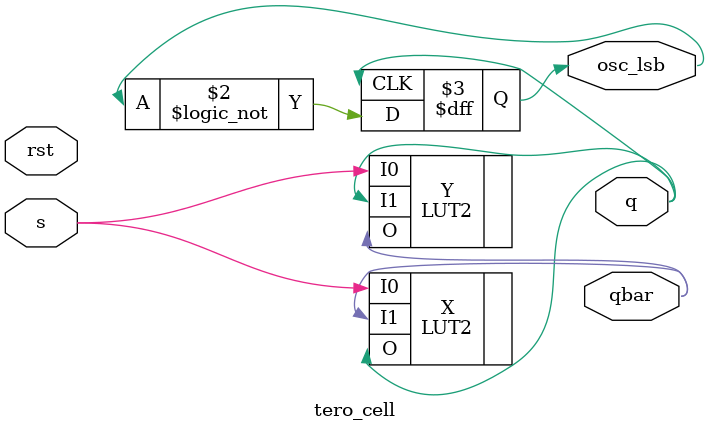
<source format=v>
(* DONT_TOUCH= "TRUE" *)

module tero_cell(s,rst,q,qbar,osc_lsb);

	(* DONT_TOUCH= "TRUE" *) input s;
	(* DONT_TOUCH= "TRUE" *) input rst;
	(* DONT_TOUCH= "TRUE" *) output q,qbar;
    (* DONT_TOUCH= "TRUE" *) output reg osc_lsb;
	
	
	(*KEEP_HIERARCHY = "TRUE"*)
    LUT2 #(.INIT(4'b0111)) X(
        .O(q), 
        .I0(s),
		  .I1(qbar)
    );
	 
	 (*KEEP_HIERARCHY = "TRUE"*)
    LUT2 #(.INIT(4'b0111)) Y(
        .O(qbar), 
        .I0(s),
		  .I1(q)
    );
    
    //FDCE #(
    //.INIT(1'b0) // Initial value of register (1'b0 or 1'b1)
    //) FDCE_trng (
    //    .Q(osc_lsb  ), // 1-bit Data output
    //    .C(q        ), // 1-bit Clock input
    //    .CE(1'b1    ), // 1-bit Clock enable input
    //    .CLR(rst    ), // 1-bit Asynchronous clear input
    //    .D(!osc_lsb ) // 1-bit Data input
    //);

    always@(posedge q)begin
            osc_lsb <=!osc_lsb;
    end
	 
endmodule

</source>
